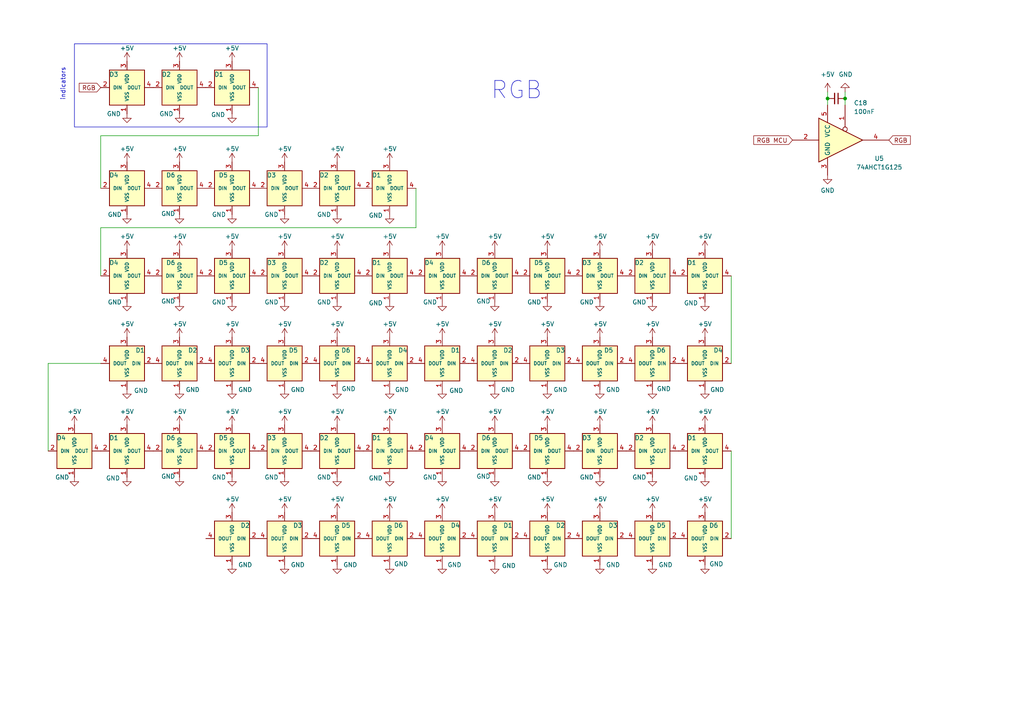
<source format=kicad_sch>
(kicad_sch (version 20230121) (generator eeschema)
  (paper "A4")
  (junction (at 240.03 28.575))
  (junction (at 245.11 28.575))
  (wire (pts (xy 240.03 26.67) (xy 240.03 28.575)))
  (wire (pts (xy 29.21 39.37) (xy 29.21 54.61)))
  (wire (pts (xy 245.11 28.575) (xy 245.11 30.48)))
  (wire (pts (xy 13.97 105.41) (xy 29.21 105.41)))
  (wire (pts (xy 29.21 66.04) (xy 29.21 80.01)))
  (wire (pts (xy 120.65 54.61) (xy 120.65 66.04)))
  (wire (pts (xy 13.97 105.41) (xy 13.97 130.81)))
  (wire (pts (xy 245.11 26.67) (xy 245.11 28.575)))
  (wire (pts (xy 212.09 130.81) (xy 212.09 156.21)))
  (wire (pts (xy 29.21 66.04) (xy 120.65 66.04)))
  (wire (pts (xy 240.03 28.575) (xy 240.03 30.48)))
  (wire (pts (xy 74.93 25.4) (xy 74.93 39.37)))
  (wire (pts (xy 212.09 80.01) (xy 212.09 105.41)))
  (wire (pts (xy 29.21 39.37) (xy 74.93 39.37)))
  (rectangle (start 21.59 12.7) (end 77.47 36.83))
  (text "RGB" (at 142.24 29.21 0) (effects (font (size 5 5)) (justify left bottom)))
  (text "indicators" (at 19.05 29.21 90) (effects (font (size 1.27 1.27)) (justify left bottom)))
  (global_label "RGB" (shape input) (at 29.21 25.4 180) (property "Intersheetrefs" "${INTERSHEET_REFS}" (effects hide)))
  (global_label "RGB MCU" (shape input) (at 229.87 40.64 180) (property "Intersheetrefs" "${INTERSHEET_REFS}" (effects hide)))
  (global_label "RGB" (shape input) (at 257.81 40.64 0) (property "Intersheetrefs" "${INTERSHEET_REFS}" (effects hide)))
  (symbol (lib_id "cipulot_parts:YS-SK6803MINI-E") (at 204.47 105.41 0) (mirror y) (unit 1)
    (property "Reference" "D4" (at 208.28 101.6 0))
    (property "Value" "YS-SK6803MINI-E" (effects hide))
    (property "Footprint" "cipulot_parts:SK6803-MINI-E" (effects hide))
    (property "Datasheet" "https://cdn-shop.adafruit.com/product-files/2686/SK6812MINI_REV.01-1-2.pdf" (effects hide))
    (property "LCSC Part" "C5149201" (effects hide))
    (property "LCSC" "C5149201" (effects hide))
    (instances (project "MoonPad" (path "" (reference "D4") (unit 1))) (project "vootington V4N" (path "" (reference "D?") (unit 1)) (path "" (reference "D33") (unit 1))))
  )
  (symbol (lib_id "power:+5V") (at 97.79 123.19 0) (mirror y) (unit 1)
    (property "Reference" "#PWR037" (effects hide))
    (property "Value" "+5V" (at 97.79 119.38 0))
    (instances (project "MoonPad" (path "" (reference "#PWR037") (unit 1))) (project "vootington V4N" (path "" (reference "#PWR?") (unit 1)) (path "" (reference "#PWR0206") (unit 1))))
  )
  (symbol (lib_id "power:GND") (at 128.27 87.63 0) (mirror y) (unit 1)
    (property "Reference" "#PWR045" (effects hide))
    (property "Value" "GND" (at 124.714 87.63 0))
    (instances (project "MoonPad" (path "" (reference "#PWR045") (unit 1))) (project "vootington V4N" (path "" (reference "#PWR?") (unit 1)) (path "" (reference "#PWR0171") (unit 1))))
  )
  (symbol (lib_id "power:GND") (at 158.75 163.83 0) (unit 1)
    (property "Reference" "#PWR031" (effects hide))
    (property "Value" "GND" (at 162.56 163.83 0))
    (instances (project "MoonPad" (path "" (reference "#PWR031") (unit 1))) (project "vootington V4N" (path "" (reference "#PWR?") (unit 1)) (path "" (reference "#PWR0243") (unit 1))))
  )
  (symbol (lib_id "cipulot_parts:YS-SK6803MINI-E") (at 128.27 130.81 0) (unit 1)
    (property "Reference" "D4" (at 124.46 127 0))
    (property "Value" "YS-SK6803MINI-E" (effects hide))
    (property "Footprint" "cipulot_parts:SK6803-MINI-E" (effects hide))
    (property "Datasheet" "https://cdn-shop.adafruit.com/product-files/2686/SK6812MINI_REV.01-1-2.pdf" (effects hide))
    (property "LCSC Part" "C5149201" (effects hide))
    (property "LCSC" "C5149201" (effects hide))
    (instances (project "MoonPad" (path "" (reference "D4") (unit 1))) (project "vootington V4N" (path "" (reference "D?") (unit 1)) (path "" (reference "D41") (unit 1))))
  )
  (symbol (lib_id "power:GND") (at 128.27 113.03 0) (unit 1)
    (property "Reference" "#PWR043" (effects hide))
    (property "Value" "GND" (at 132.334 113.284 0))
    (instances (project "MoonPad" (path "" (reference "#PWR043") (unit 1))) (project "vootington V4N" (path "" (reference "#PWR?") (unit 1)) (path "" (reference "#PWR0195") (unit 1))))
  )
  (symbol (lib_id "power:GND") (at 52.07 33.02 0) (mirror y) (unit 1)
    (property "Reference" "#PWR031" (effects hide))
    (property "Value" "GND" (at 48.26 33.02 0))
    (instances (project "MoonPad" (path "" (reference "#PWR031") (unit 1))) (project "vootington V4N" (path "" (reference "#PWR?") (unit 1)) (path "" (reference "#PWR0138") (unit 1))))
  )
  (symbol (lib_id "power:GND") (at 128.27 138.43 0) (mirror y) (unit 1)
    (property "Reference" "#PWR045" (effects hide))
    (property "Value" "GND" (at 124.714 138.43 0))
    (instances (project "MoonPad" (path "" (reference "#PWR045") (unit 1))) (project "vootington V4N" (path "" (reference "#PWR?") (unit 1)) (path "" (reference "#PWR0221") (unit 1))))
  )
  (symbol (lib_id "power:+5V") (at 113.03 97.79 0) (unit 1)
    (property "Reference" "#PWR040" (effects hide))
    (property "Value" "+5V" (at 113.03 93.98 0))
    (instances (project "MoonPad" (path "" (reference "#PWR040") (unit 1))) (project "vootington V4N" (path "" (reference "#PWR?") (unit 1)) (path "" (reference "#PWR0182") (unit 1))))
  )
  (symbol (lib_id "cipulot_parts:YS-SK6803MINI-E") (at 82.55 156.21 0) (mirror y) (unit 1)
    (property "Reference" "D3" (at 86.36 152.4 0))
    (property "Value" "YS-SK6803MINI-E" (effects hide))
    (property "Footprint" "cipulot_parts:SK6803-MINI-E" (effects hide))
    (property "Datasheet" "https://datasheet.lcsc.com/lcsc/2209211130_OPSCO-Optoelectronics-SK6812MINI-B-012_C5183448.pdf" (effects hide))
    (property "LCSC Part" "C5183448" (effects hide))
    (property "LCSC" "C5183448" (effects hide))
    (instances (project "MoonPad" (path "" (reference "D3") (unit 1))) (project "vootington V4N" (path "" (reference "D?") (unit 1)) (path "" (reference "D48") (unit 1))))
  )
  (symbol (lib_id "power:+5V") (at 173.99 148.59 0) (unit 1)
    (property "Reference" "#PWR040" (effects hide))
    (property "Value" "+5V" (at 173.99 144.78 0))
    (instances (project "MoonPad" (path "" (reference "#PWR040") (unit 1))) (project "vootington V4N" (path "" (reference "#PWR?") (unit 1)) (path "" (reference "#PWR0234") (unit 1))))
  )
  (symbol (lib_id "cipulot_parts:YS-SK6803MINI-E") (at 67.31 130.81 0) (unit 1)
    (property "Reference" "D5" (at 64.77 127 0))
    (property "Value" "YS-SK6803MINI-E" (effects hide))
    (property "Footprint" "cipulot_parts:SK6803-MINI-E" (effects hide))
    (property "Datasheet" "https://datasheet.lcsc.com/lcsc/2209211130_OPSCO-Optoelectronics-SK6812MINI-B-012_C5183448.pdf" (effects hide))
    (property "LCSC Part" "C5183448" (effects hide))
    (property "LCSC" "C5183448" (effects hide))
    (instances (project "MoonPad" (path "" (reference "D5") (unit 1))) (project "vootington V4N" (path "" (reference "D?") (unit 1)) (path "" (reference "D37") (unit 1))))
  )
  (symbol (lib_id "power:+5V") (at 158.75 123.19 0) (mirror y) (unit 1)
    (property "Reference" "#PWR030" (effects hide))
    (property "Value" "+5V" (at 158.75 119.38 0))
    (instances (project "MoonPad" (path "" (reference "#PWR030") (unit 1))) (project "vootington V4N" (path "" (reference "#PWR?") (unit 1)) (path "" (reference "#PWR0210") (unit 1))))
  )
  (symbol (lib_id "cipulot_parts:YS-SK6803MINI-E") (at 113.03 54.61 0) (unit 1)
    (property "Reference" "D1" (at 109.22 50.8 0))
    (property "Value" "YS-SK6803MINI-E" (effects hide))
    (property "Footprint" "cipulot_parts:SK6803-MINI-E" (effects hide))
    (property "Datasheet" "https://cdn-shop.adafruit.com/product-files/2686/SK6812MINI_REV.01-1-2.pdf" (effects hide))
    (property "LCSC Part" "C5149201" (effects hide))
    (property "LCSC" "C5149201" (effects hide))
    (instances (project "MoonPad" (path "" (reference "D1") (unit 1))) (project "vootington V4N" (path "" (reference "D?") (unit 1)) (path "" (reference "D9") (unit 1))))
  )
  (symbol (lib_id "power:GND") (at 67.31 62.23 0) (mirror y) (unit 1)
    (property "Reference" "#PWR041" (effects hide))
    (property "Value" "GND" (at 63.5 62.23 0))
    (instances (project "MoonPad" (path "" (reference "#PWR041") (unit 1))) (project "vootington V4N" (path "" (reference "#PWR?") (unit 1)) (path "" (reference "#PWR0149") (unit 1))))
  )
  (symbol (lib_id "power:+5V") (at 97.79 148.59 0) (unit 1)
    (property "Reference" "#PWR030" (effects hide))
    (property "Value" "+5V" (at 97.79 144.78 0))
    (instances (project "MoonPad" (path "" (reference "#PWR030") (unit 1))) (project "vootington V4N" (path "" (reference "#PWR?") (unit 1)) (path "" (reference "#PWR0229") (unit 1))))
  )
  (symbol (lib_id "power:+5V") (at 128.27 148.59 0) (unit 1)
    (property "Reference" "#PWR040" (effects hide))
    (property "Value" "+5V" (at 128.27 144.78 0))
    (instances (project "MoonPad" (path "" (reference "#PWR040") (unit 1))) (project "vootington V4N" (path "" (reference "#PWR?") (unit 1)) (path "" (reference "#PWR0231") (unit 1))))
  )
  (symbol (lib_id "cipulot_parts:YS-SK6803MINI-E") (at 204.47 130.81 0) (unit 1)
    (property "Reference" "D1" (at 200.66 127 0))
    (property "Value" "YS-SK6803MINI-E" (effects hide))
    (property "Footprint" "cipulot_parts:SK6803-MINI-E" (effects hide))
    (property "Datasheet" "https://cdn-shop.adafruit.com/product-files/2686/SK6812MINI_REV.01-1-2.pdf" (effects hide))
    (property "LCSC Part" "C5149201" (effects hide))
    (property "LCSC" "C5149201" (effects hide))
    (instances (project "MoonPad" (path "" (reference "D1") (unit 1))) (project "vootington V4N" (path "" (reference "D?") (unit 1)) (path "" (reference "D46") (unit 1))))
  )
  (symbol (lib_id "cipulot_parts:YS-SK6803MINI-E") (at 67.31 54.61 0) (unit 1)
    (property "Reference" "D5" (at 64.77 50.8 0))
    (property "Value" "YS-SK6803MINI-E" (effects hide))
    (property "Footprint" "cipulot_parts:SK6803-MINI-E" (effects hide))
    (property "Datasheet" "https://datasheet.lcsc.com/lcsc/2209211130_OPSCO-Optoelectronics-SK6812MINI-B-012_C5183448.pdf" (effects hide))
    (property "LCSC Part" "C5183448" (effects hide))
    (property "LCSC" "C5183448" (effects hide))
    (instances (project "MoonPad" (path "" (reference "D5") (unit 1))) (project "vootington V4N" (path "" (reference "D?") (unit 1)) (path "" (reference "D6") (unit 1))))
  )
  (symbol (lib_id "power:+5V") (at 128.27 123.19 0) (mirror y) (unit 1)
    (property "Reference" "#PWR040" (effects hide))
    (property "Value" "+5V" (at 128.27 119.38 0))
    (instances (project "MoonPad" (path "" (reference "#PWR040") (unit 1))) (project "vootington V4N" (path "" (reference "#PWR?") (unit 1)) (path "" (reference "#PWR0208") (unit 1))))
  )
  (symbol (lib_id "cipulot_parts:YS-SK6803MINI-E") (at 97.79 156.21 0) (mirror y) (unit 1)
    (property "Reference" "D5" (at 100.33 152.4 0))
    (property "Value" "YS-SK6803MINI-E" (effects hide))
    (property "Footprint" "cipulot_parts:SK6803-MINI-E" (effects hide))
    (property "Datasheet" "https://datasheet.lcsc.com/lcsc/2209211130_OPSCO-Optoelectronics-SK6812MINI-B-012_C5183448.pdf" (effects hide))
    (property "LCSC Part" "C5183448" (effects hide))
    (property "LCSC" "C5183448" (effects hide))
    (instances (project "MoonPad" (path "" (reference "D5") (unit 1))) (project "vootington V4N" (path "" (reference "D?") (unit 1)) (path "" (reference "D49") (unit 1))))
  )
  (symbol (lib_id "cipulot_parts:YS-SK6803MINI-E") (at 113.03 156.21 0) (mirror y) (unit 1)
    (property "Reference" "D6" (at 115.57 152.4 0))
    (property "Value" "YS-SK6803MINI-E" (effects hide))
    (property "Footprint" "cipulot_parts:SK6803-MINI-E" (effects hide))
    (property "Datasheet" "https://datasheet.lcsc.com/lcsc/2209211130_OPSCO-Optoelectronics-SK6812MINI-B-012_C5183448.pdf" (effects hide))
    (property "LCSC Part" "C5183448" (effects hide))
    (property "LCSC" "C5183448" (effects hide))
    (instances (project "MoonPad" (path "" (reference "D6") (unit 1))) (project "vootington V4N" (path "" (reference "D?") (unit 1)) (path "" (reference "D50") (unit 1))))
  )
  (symbol (lib_id "power:GND") (at 143.51 113.03 0) (unit 1)
    (property "Reference" "#PWR031" (effects hide))
    (property "Value" "GND" (at 147.32 113.03 0))
    (instances (project "MoonPad" (path "" (reference "#PWR031") (unit 1))) (project "vootington V4N" (path "" (reference "#PWR?") (unit 1)) (path "" (reference "#PWR0196") (unit 1))))
  )
  (symbol (lib_id "power:+5V") (at 113.03 148.59 0) (unit 1)
    (property "Reference" "#PWR037" (effects hide))
    (property "Value" "+5V" (at 113.03 144.78 0))
    (instances (project "MoonPad" (path "" (reference "#PWR037") (unit 1))) (project "vootington V4N" (path "" (reference "#PWR?") (unit 1)) (path "" (reference "#PWR0230") (unit 1))))
  )
  (symbol (lib_id "power:GND") (at 97.79 163.83 0) (unit 1)
    (property "Reference" "#PWR041" (effects hide))
    (property "Value" "GND" (at 101.6 163.83 0))
    (instances (project "MoonPad" (path "" (reference "#PWR041") (unit 1))) (project "vootington V4N" (path "" (reference "#PWR?") (unit 1)) (path "" (reference "#PWR0239") (unit 1))))
  )
  (symbol (lib_id "power:+5V") (at 36.83 17.78 0) (mirror y) (unit 1)
    (property "Reference" "#PWR040" (effects hide))
    (property "Value" "+5V" (at 36.83 13.97 0))
    (instances (project "MoonPad" (path "" (reference "#PWR040") (unit 1))) (project "vootington V4N" (path "" (reference "#PWR?") (unit 1)) (path "" (reference "#PWR0132") (unit 1))))
  )
  (symbol (lib_id "power:GND") (at 158.75 87.63 0) (mirror y) (unit 1)
    (property "Reference" "#PWR041" (effects hide))
    (property "Value" "GND" (at 154.94 87.63 0))
    (instances (project "MoonPad" (path "" (reference "#PWR041") (unit 1))) (project "vootington V4N" (path "" (reference "#PWR?") (unit 1)) (path "" (reference "#PWR0173") (unit 1))))
  )
  (symbol (lib_id "power:GND") (at 36.83 87.63 0) (mirror y) (unit 1)
    (property "Reference" "#PWR045" (effects hide))
    (property "Value" "GND" (at 33.274 87.63 0))
    (instances (project "MoonPad" (path "" (reference "#PWR045") (unit 1))) (project "vootington V4N" (path "" (reference "#PWR?") (unit 1)) (path "" (reference "#PWR0165") (unit 1))))
  )
  (symbol (lib_id "power:+5V") (at 36.83 97.79 0) (unit 1)
    (property "Reference" "#PWR030" (effects hide))
    (property "Value" "+5V" (at 36.83 93.98 0))
    (instances (project "MoonPad" (path "" (reference "#PWR030") (unit 1))) (project "vootington V4N" (path "" (reference "#PWR?") (unit 1)) (path "" (reference "#PWR0177") (unit 1))))
  )
  (symbol (lib_id "cipulot_parts:YS-SK6803MINI-E") (at 82.55 80.01 0) (unit 1)
    (property "Reference" "D3" (at 78.74 76.2 0))
    (property "Value" "YS-SK6803MINI-E" (effects hide))
    (property "Footprint" "cipulot_parts:SK6803-MINI-E" (effects hide))
    (property "Datasheet" "https://datasheet.lcsc.com/lcsc/2209211130_OPSCO-Optoelectronics-SK6812MINI-B-012_C5183448.pdf" (effects hide))
    (property "LCSC Part" "C5183448" (effects hide))
    (property "LCSC" "C5183448" (effects hide))
    (instances (project "MoonPad" (path "" (reference "D3") (unit 1))) (project "vootington V4N" (path "" (reference "D?") (unit 1)) (path "" (reference "D13") (unit 1))))
  )
  (symbol (lib_id "cipulot_parts:YS-SK6803MINI-E") (at 52.07 105.41 0) (mirror y) (unit 1)
    (property "Reference" "D2" (at 55.88 101.6 0))
    (property "Value" "YS-SK6803MINI-E" (effects hide))
    (property "Footprint" "cipulot_parts:SK6803-MINI-E" (effects hide))
    (property "Datasheet" "https://datasheet.lcsc.com/lcsc/2209211130_OPSCO-Optoelectronics-SK6812MINI-B-012_C5183448.pdf" (effects hide))
    (property "LCSC Part" "C5183448" (effects hide))
    (property "LCSC" "C5183448" (effects hide))
    (instances (project "MoonPad" (path "" (reference "D2") (unit 1))) (project "vootington V4N" (path "" (reference "D?") (unit 1)) (path "" (reference "D23") (unit 1))))
  )
  (symbol (lib_id "power:+5V") (at 36.83 72.39 0) (mirror y) (unit 1)
    (property "Reference" "#PWR040" (effects hide))
    (property "Value" "+5V" (at 36.83 68.58 0))
    (instances (project "MoonPad" (path "" (reference "#PWR040") (unit 1))) (project "vootington V4N" (path "" (reference "#PWR?") (unit 1)) (path "" (reference "#PWR0153") (unit 1))))
  )
  (symbol (lib_id "cipulot_parts:YS-SK6803MINI-E") (at 158.75 130.81 0) (unit 1)
    (property "Reference" "D5" (at 156.21 127 0))
    (property "Value" "YS-SK6803MINI-E" (effects hide))
    (property "Footprint" "cipulot_parts:SK6803-MINI-E" (effects hide))
    (property "Datasheet" "https://datasheet.lcsc.com/lcsc/2209211130_OPSCO-Optoelectronics-SK6812MINI-B-012_C5183448.pdf" (effects hide))
    (property "LCSC Part" "C5183448" (effects hide))
    (property "LCSC" "C5183448" (effects hide))
    (instances (project "MoonPad" (path "" (reference "D5") (unit 1))) (project "vootington V4N" (path "" (reference "D?") (unit 1)) (path "" (reference "D43") (unit 1))))
  )
  (symbol (lib_id "cipulot_parts:YS-SK6803MINI-E") (at 82.55 130.81 0) (unit 1)
    (property "Reference" "D3" (at 78.74 127 0))
    (property "Value" "YS-SK6803MINI-E" (effects hide))
    (property "Footprint" "cipulot_parts:SK6803-MINI-E" (effects hide))
    (property "Datasheet" "https://datasheet.lcsc.com/lcsc/2209211130_OPSCO-Optoelectronics-SK6812MINI-B-012_C5183448.pdf" (effects hide))
    (property "LCSC Part" "C5183448" (effects hide))
    (property "LCSC" "C5183448" (effects hide))
    (instances (project "MoonPad" (path "" (reference "D3") (unit 1))) (project "vootington V4N" (path "" (reference "D?") (unit 1)) (path "" (reference "D38") (unit 1))))
  )
  (symbol (lib_id "cipulot_parts:YS-SK6803MINI-E") (at 82.55 105.41 0) (mirror y) (unit 1)
    (property "Reference" "D5" (at 85.09 101.6 0))
    (property "Value" "YS-SK6803MINI-E" (effects hide))
    (property "Footprint" "cipulot_parts:SK6803-MINI-E" (effects hide))
    (property "Datasheet" "https://datasheet.lcsc.com/lcsc/2209211130_OPSCO-Optoelectronics-SK6812MINI-B-012_C5183448.pdf" (effects hide))
    (property "LCSC Part" "C5183448" (effects hide))
    (property "LCSC" "C5183448" (effects hide))
    (instances (project "MoonPad" (path "" (reference "D5") (unit 1))) (project "vootington V4N" (path "" (reference "D?") (unit 1)) (path "" (reference "D25") (unit 1))))
  )
  (symbol (lib_id "cipulot_parts:YS-SK6803MINI-E") (at 113.03 80.01 0) (unit 1)
    (property "Reference" "D1" (at 109.22 76.2 0))
    (property "Value" "YS-SK6803MINI-E" (effects hide))
    (property "Footprint" "cipulot_parts:SK6803-MINI-E" (effects hide))
    (property "Datasheet" "https://cdn-shop.adafruit.com/product-files/2686/SK6812MINI_REV.01-1-2.pdf" (effects hide))
    (property "LCSC Part" "C5149201" (effects hide))
    (property "LCSC" "C5149201" (effects hide))
    (instances (project "MoonPad" (path "" (reference "D1") (unit 1))) (project "vootington V4N" (path "" (reference "D?") (unit 1)) (path "" (reference "D15") (unit 1))))
  )
  (symbol (lib_id "cipulot_parts:YS-SK6803MINI-E") (at 36.83 130.81 0) (unit 1)
    (property "Reference" "D1" (at 33.02 127 0))
    (property "Value" "YS-SK6803MINI-E" (effects hide))
    (property "Footprint" "cipulot_parts:SK6803-MINI-E" (effects hide))
    (property "Datasheet" "https://cdn-shop.adafruit.com/product-files/2686/SK6812MINI_REV.01-1-2.pdf" (effects hide))
    (property "LCSC Part" "C5149201" (effects hide))
    (property "LCSC" "C5149201" (effects hide))
    (instances (project "MoonPad" (path "" (reference "D1") (unit 1))) (project "vootington V4N" (path "" (reference "D?") (unit 1)) (path "" (reference "D35") (unit 1))))
  )
  (symbol (lib_id "power:GND") (at 189.23 113.03 0) (unit 1)
    (property "Reference" "#PWR033" (effects hide))
    (property "Value" "GND" (at 192.532 112.776 0))
    (instances (project "MoonPad" (path "" (reference "#PWR033") (unit 1))) (project "vootington V4N" (path "" (reference "#PWR?") (unit 1)) (path "" (reference "#PWR0199") (unit 1))))
  )
  (symbol (lib_id "cipulot_parts:YS-SK6803MINI-E") (at 189.23 80.01 0) (unit 1)
    (property "Reference" "D2" (at 185.42 76.2 0))
    (property "Value" "YS-SK6803MINI-E" (effects hide))
    (property "Footprint" "cipulot_parts:SK6803-MINI-E" (effects hide))
    (property "Datasheet" "https://datasheet.lcsc.com/lcsc/2209211130_OPSCO-Optoelectronics-SK6812MINI-B-012_C5183448.pdf" (effects hide))
    (property "LCSC Part" "C5183448" (effects hide))
    (property "LCSC" "C5183448" (effects hide))
    (instances (project "MoonPad" (path "" (reference "D2") (unit 1))) (project "vootington V4N" (path "" (reference "D?") (unit 1)) (path "" (reference "D20") (unit 1))))
  )
  (symbol (lib_id "power:GND") (at 82.55 113.03 0) (unit 1)
    (property "Reference" "#PWR041" (effects hide))
    (property "Value" "GND" (at 86.36 113.03 0))
    (instances (project "MoonPad" (path "" (reference "#PWR041") (unit 1))) (project "vootington V4N" (path "" (reference "#PWR?") (unit 1)) (path "" (reference "#PWR0192") (unit 1))))
  )
  (symbol (lib_id "power:GND") (at 97.79 62.23 0) (mirror y) (unit 1)
    (property "Reference" "#PWR031" (effects hide))
    (property "Value" "GND" (at 93.98 62.23 0))
    (instances (project "MoonPad" (path "" (reference "#PWR031") (unit 1))) (project "vootington V4N" (path "" (reference "#PWR?") (unit 1)) (path "" (reference "#PWR0151") (unit 1))))
  )
  (symbol (lib_id "power:+5V") (at 113.03 72.39 0) (mirror y) (unit 1)
    (property "Reference" "#PWR030" (effects hide))
    (property "Value" "+5V" (at 113.03 68.58 0))
    (instances (project "MoonPad" (path "" (reference "#PWR030") (unit 1))) (project "vootington V4N" (path "" (reference "#PWR?") (unit 1)) (path "" (reference "#PWR0158") (unit 1))))
  )
  (symbol (lib_id "power:+5V") (at 143.51 97.79 0) (unit 1)
    (property "Reference" "#PWR037" (effects hide))
    (property "Value" "+5V" (at 143.51 93.98 0))
    (instances (project "MoonPad" (path "" (reference "#PWR037") (unit 1))) (project "vootington V4N" (path "" (reference "#PWR?") (unit 1)) (path "" (reference "#PWR0184") (unit 1))))
  )
  (symbol (lib_id "cipulot_parts:YS-SK6803MINI-E") (at 52.07 80.01 0) (unit 1)
    (property "Reference" "D6" (at 49.53 76.2 0))
    (property "Value" "YS-SK6803MINI-E" (effects hide))
    (property "Footprint" "cipulot_parts:SK6803-MINI-E" (effects hide))
    (property "Datasheet" "https://datasheet.lcsc.com/lcsc/2209211130_OPSCO-Optoelectronics-SK6812MINI-B-012_C5183448.pdf" (effects hide))
    (property "LCSC Part" "C5183448" (effects hide))
    (property "LCSC" "C5183448" (effects hide))
    (instances (project "MoonPad" (path "" (reference "D6") (unit 1))) (project "vootington V4N" (path "" (reference "D?") (unit 1)) (path "" (reference "D11") (unit 1))))
  )
  (symbol (lib_id "cipulot_parts:YS-SK6803MINI-E") (at 97.79 130.81 0) (unit 1)
    (property "Reference" "D2" (at 93.98 127 0))
    (property "Value" "YS-SK6803MINI-E" (effects hide))
    (property "Footprint" "cipulot_parts:SK6803-MINI-E" (effects hide))
    (property "Datasheet" "https://datasheet.lcsc.com/lcsc/2209211130_OPSCO-Optoelectronics-SK6812MINI-B-012_C5183448.pdf" (effects hide))
    (property "LCSC Part" "C5183448" (effects hide))
    (property "LCSC" "C5183448" (effects hide))
    (instances (project "MoonPad" (path "" (reference "D2") (unit 1))) (project "vootington V4N" (path "" (reference "D?") (unit 1)) (path "" (reference "D39") (unit 1))))
  )
  (symbol (lib_id "power:+5V") (at 67.31 46.99 0) (mirror y) (unit 1)
    (property "Reference" "#PWR030" (effects hide))
    (property "Value" "+5V" (at 67.31 43.18 0))
    (instances (project "MoonPad" (path "" (reference "#PWR030") (unit 1))) (project "vootington V4N" (path "" (reference "#PWR?") (unit 1)) (path "" (reference "#PWR0142") (unit 1))))
  )
  (symbol (lib_id "power:GND") (at 97.79 113.03 0) (unit 1)
    (property "Reference" "#PWR033" (effects hide))
    (property "Value" "GND" (at 101.092 112.776 0))
    (instances (project "MoonPad" (path "" (reference "#PWR033") (unit 1))) (project "vootington V4N" (path "" (reference "#PWR?") (unit 1)) (path "" (reference "#PWR0193") (unit 1))))
  )
  (symbol (lib_id "power:+5V") (at 82.55 46.99 0) (mirror y) (unit 1)
    (property "Reference" "#PWR040" (effects hide))
    (property "Value" "+5V" (at 82.55 43.18 0))
    (instances (project "MoonPad" (path "" (reference "#PWR040") (unit 1))) (project "vootington V4N" (path "" (reference "#PWR?") (unit 1)) (path "" (reference "#PWR0143") (unit 1))))
  )
  (symbol (lib_id "power:GND") (at 158.75 113.03 0) (unit 1)
    (property "Reference" "#PWR038" (effects hide))
    (property "Value" "GND" (at 162.56 113.03 0))
    (instances (project "MoonPad" (path "" (reference "#PWR038") (unit 1))) (project "vootington V4N" (path "" (reference "#PWR?") (unit 1)) (path "" (reference "#PWR0197") (unit 1))))
  )
  (symbol (lib_id "power:GND") (at 128.27 163.83 0) (unit 1)
    (property "Reference" "#PWR045" (effects hide))
    (property "Value" "GND" (at 131.826 163.83 0))
    (instances (project "MoonPad" (path "" (reference "#PWR045") (unit 1))) (project "vootington V4N" (path "" (reference "#PWR?") (unit 1)) (path "" (reference "#PWR0241") (unit 1))))
  )
  (symbol (lib_id "power:+5V") (at 36.83 123.19 0) (mirror y) (unit 1)
    (property "Reference" "#PWR030" (effects hide))
    (property "Value" "+5V" (at 36.83 119.38 0))
    (instances (project "MoonPad" (path "" (reference "#PWR030") (unit 1))) (project "vootington V4N" (path "" (reference "#PWR?") (unit 1)) (path "" (reference "#PWR0202") (unit 1))))
  )
  (symbol (lib_id "power:GND") (at 36.83 138.43 0) (mirror y) (unit 1)
    (property "Reference" "#PWR043" (effects hide))
    (property "Value" "GND" (at 32.766 138.684 0))
    (instances (project "MoonPad" (path "" (reference "#PWR043") (unit 1))) (project "vootington V4N" (path "" (reference "#PWR?") (unit 1)) (path "" (reference "#PWR0215") (unit 1))))
  )
  (symbol (lib_id "power:+5V") (at 82.55 148.59 0) (unit 1)
    (property "Reference" "#PWR040" (effects hide))
    (property "Value" "+5V" (at 82.55 144.78 0))
    (instances (project "MoonPad" (path "" (reference "#PWR040") (unit 1))) (project "vootington V4N" (path "" (reference "#PWR?") (unit 1)) (path "" (reference "#PWR0228") (unit 1))))
  )
  (symbol (lib_id "cipulot_parts:YS-SK6803MINI-E") (at 128.27 156.21 0) (mirror y) (unit 1)
    (property "Reference" "D4" (at 132.08 152.4 0))
    (property "Value" "YS-SK6803MINI-E" (effects hide))
    (property "Footprint" "cipulot_parts:SK6803-MINI-E" (effects hide))
    (property "Datasheet" "https://cdn-shop.adafruit.com/product-files/2686/SK6812MINI_REV.01-1-2.pdf" (effects hide))
    (property "LCSC Part" "C5149201" (effects hide))
    (property "LCSC" "C5149201" (effects hide))
    (instances (project "MoonPad" (path "" (reference "D4") (unit 1))) (project "vootington V4N" (path "" (reference "D?") (unit 1)) (path "" (reference "D51") (unit 1))))
  )
  (symbol (lib_id "power:+5V") (at 158.75 97.79 0) (unit 1)
    (property "Reference" "#PWR040" (effects hide))
    (property "Value" "+5V" (at 158.75 93.98 0))
    (instances (project "MoonPad" (path "" (reference "#PWR040") (unit 1))) (project "vootington V4N" (path "" (reference "#PWR?") (unit 1)) (path "" (reference "#PWR0185") (unit 1))))
  )
  (symbol (lib_id "power:GND") (at 67.31 113.03 0) (unit 1)
    (property "Reference" "#PWR038" (effects hide))
    (property "Value" "GND" (at 71.12 113.03 0))
    (instances (project "MoonPad" (path "" (reference "#PWR038") (unit 1))) (project "vootington V4N" (path "" (reference "#PWR?") (unit 1)) (path "" (reference "#PWR0191") (unit 1))))
  )
  (symbol (lib_id "cipulot_parts:YS-SK6803MINI-E") (at 189.23 130.81 0) (unit 1)
    (property "Reference" "D2" (at 185.42 127 0))
    (property "Value" "YS-SK6803MINI-E" (effects hide))
    (property "Footprint" "cipulot_parts:SK6803-MINI-E" (effects hide))
    (property "Datasheet" "https://datasheet.lcsc.com/lcsc/2209211130_OPSCO-Optoelectronics-SK6812MINI-B-012_C5183448.pdf" (effects hide))
    (property "LCSC Part" "C5183448" (effects hide))
    (property "LCSC" "C5183448" (effects hide))
    (instances (project "MoonPad" (path "" (reference "D2") (unit 1))) (project "vootington V4N" (path "" (reference "D?") (unit 1)) (path "" (reference "D45") (unit 1))))
  )
  (symbol (lib_id "power:GND") (at 52.07 113.03 0) (unit 1)
    (property "Reference" "#PWR031" (effects hide))
    (property "Value" "GND" (at 55.88 113.03 0))
    (instances (project "MoonPad" (path "" (reference "#PWR031") (unit 1))) (project "vootington V4N" (path "" (reference "#PWR?") (unit 1)) (path "" (reference "#PWR0190") (unit 1))))
  )
  (symbol (lib_id "power:+5V") (at 113.03 46.99 0) (mirror y) (unit 1)
    (property "Reference" "#PWR030" (effects hide))
    (property "Value" "+5V" (at 113.03 43.18 0))
    (instances (project "MoonPad" (path "" (reference "#PWR030") (unit 1))) (project "vootington V4N" (path "" (reference "#PWR?") (unit 1)) (path "" (reference "#PWR0145") (unit 1))))
  )
  (symbol (lib_id "cipulot_parts:YS-SK6803MINI-E") (at 143.51 156.21 0) (mirror y) (unit 1)
    (property "Reference" "D1" (at 147.32 152.4 0))
    (property "Value" "YS-SK6803MINI-E" (effects hide))
    (property "Footprint" "cipulot_parts:SK6803-MINI-E" (effects hide))
    (property "Datasheet" "https://cdn-shop.adafruit.com/product-files/2686/SK6812MINI_REV.01-1-2.pdf" (effects hide))
    (property "LCSC Part" "C5149201" (effects hide))
    (property "LCSC" "C5149201" (effects hide))
    (instances (project "MoonPad" (path "" (reference "D1") (unit 1))) (project "vootington V4N" (path "" (reference "D?") (unit 1)) (path "" (reference "D52") (unit 1))))
  )
  (symbol (lib_id "power:+5V") (at 52.07 97.79 0) (unit 1)
    (property "Reference" "#PWR037" (effects hide))
    (property "Value" "+5V" (at 52.07 93.98 0))
    (instances (project "MoonPad" (path "" (reference "#PWR037") (unit 1))) (project "vootington V4N" (path "" (reference "#PWR?") (unit 1)) (path "" (reference "#PWR0178") (unit 1))))
  )
  (symbol (lib_id "power:+5V") (at 128.27 72.39 0) (mirror y) (unit 1)
    (property "Reference" "#PWR040" (effects hide))
    (property "Value" "+5V" (at 128.27 68.58 0))
    (instances (project "MoonPad" (path "" (reference "#PWR040") (unit 1))) (project "vootington V4N" (path "" (reference "#PWR?") (unit 1)) (path "" (reference "#PWR0159") (unit 1))))
  )
  (symbol (lib_id "power:GND") (at 245.11 26.67 180) (unit 1)
    (property "Reference" "#PWR0137" (effects hide))
    (property "Value" "GND" (at 243.205 21.59 0) (effects (justify right)))
    (instances (project "rgb" (path "" (reference "#PWR0137") (unit 1))) (project "vootington V4N" (path "" (reference "#PWR0136") (unit 1))) (project "UB46" (path "" (reference "#PWR0137") (unit 1))))
  )
  (symbol (lib_id "power:GND") (at 143.51 87.63 0) (mirror y) (unit 1)
    (property "Reference" "#PWR033" (effects hide))
    (property "Value" "GND" (at 140.208 87.376 0))
    (instances (project "MoonPad" (path "" (reference "#PWR033") (unit 1))) (project "vootington V4N" (path "" (reference "#PWR?") (unit 1)) (path "" (reference "#PWR0172") (unit 1))))
  )
  (symbol (lib_id "cipulot_parts:YS-SK6803MINI-E") (at 52.07 130.81 0) (unit 1)
    (property "Reference" "D6" (at 49.53 127 0))
    (property "Value" "YS-SK6803MINI-E" (effects hide))
    (property "Footprint" "cipulot_parts:SK6803-MINI-E" (effects hide))
    (property "Datasheet" "https://datasheet.lcsc.com/lcsc/2209211130_OPSCO-Optoelectronics-SK6812MINI-B-012_C5183448.pdf" (effects hide))
    (property "LCSC Part" "C5183448" (effects hide))
    (property "LCSC" "C5183448" (effects hide))
    (instances (project "MoonPad" (path "" (reference "D6") (unit 1))) (project "vootington V4N" (path "" (reference "D?") (unit 1)) (path "" (reference "D36") (unit 1))))
  )
  (symbol (lib_id "power:+5V") (at 67.31 123.19 0) (mirror y) (unit 1)
    (property "Reference" "#PWR030" (effects hide))
    (property "Value" "+5V" (at 67.31 119.38 0))
    (instances (project "MoonPad" (path "" (reference "#PWR030") (unit 1))) (project "vootington V4N" (path "" (reference "#PWR?") (unit 1)) (path "" (reference "#PWR0204") (unit 1))))
  )
  (symbol (lib_id "power:GND") (at 52.07 62.23 0) (mirror y) (unit 1)
    (property "Reference" "#PWR033" (effects hide))
    (property "Value" "GND" (at 48.768 61.976 0))
    (instances (project "MoonPad" (path "" (reference "#PWR033") (unit 1))) (project "vootington V4N" (path "" (reference "#PWR?") (unit 1)) (path "" (reference "#PWR0148") (unit 1))))
  )
  (symbol (lib_id "power:+5V") (at 189.23 72.39 0) (mirror y) (unit 1)
    (property "Reference" "#PWR026" (effects hide))
    (property "Value" "+5V" (at 189.23 68.58 0))
    (instances (project "MoonPad" (path "" (reference "#PWR026") (unit 1))) (project "vootington V4N" (path "" (reference "#PWR?") (unit 1)) (path "" (reference "#PWR0163") (unit 1))))
  )
  (symbol (lib_id "power:GND") (at 67.31 87.63 0) (mirror y) (unit 1)
    (property "Reference" "#PWR041" (effects hide))
    (property "Value" "GND" (at 63.5 87.63 0))
    (instances (project "MoonPad" (path "" (reference "#PWR041") (unit 1))) (project "vootington V4N" (path "" (reference "#PWR?") (unit 1)) (path "" (reference "#PWR0167") (unit 1))))
  )
  (symbol (lib_id "power:+5V") (at 67.31 72.39 0) (mirror y) (unit 1)
    (property "Reference" "#PWR030" (effects hide))
    (property "Value" "+5V" (at 67.31 68.58 0))
    (instances (project "MoonPad" (path "" (reference "#PWR030") (unit 1))) (project "vootington V4N" (path "" (reference "#PWR?") (unit 1)) (path "" (reference "#PWR0155") (unit 1))))
  )
  (symbol (lib_id "power:+5V") (at 204.47 97.79 0) (unit 1)
    (property "Reference" "#PWR040" (effects hide))
    (property "Value" "+5V" (at 204.47 93.98 0))
    (instances (project "MoonPad" (path "" (reference "#PWR040") (unit 1))) (project "vootington V4N" (path "" (reference "#PWR?") (unit 1)) (path "" (reference "#PWR0188") (unit 1))))
  )
  (symbol (lib_id "cipulot_parts:YS-SK6803MINI-E") (at 67.31 25.4 0) (unit 1)
    (property "Reference" "D1" (at 63.5 21.59 0))
    (property "Value" "YS-SK6803MINI-E" (effects hide))
    (property "Footprint" "cipulot_parts:SK6803-MINI-E" (effects hide))
    (property "Datasheet" "https://cdn-shop.adafruit.com/product-files/2686/SK6812MINI_REV.01-1-2.pdf" (effects hide))
    (property "LCSC Part" "C5149201" (effects hide))
    (property "LCSC" "C5149201" (effects hide))
    (instances (project "MoonPad" (path "" (reference "D1") (unit 1))) (project "vootington V4N" (path "" (reference "D?") (unit 1)) (path "" (reference "D3") (unit 1))))
  )
  (symbol (lib_id "power:+5V") (at 204.47 123.19 0) (mirror y) (unit 1)
    (property "Reference" "#PWR030" (effects hide))
    (property "Value" "+5V" (at 204.47 119.38 0))
    (instances (project "MoonPad" (path "" (reference "#PWR030") (unit 1))) (project "vootington V4N" (path "" (reference "#PWR?") (unit 1)) (path "" (reference "#PWR0213") (unit 1))))
  )
  (symbol (lib_id "power:+5V") (at 52.07 17.78 0) (mirror y) (unit 1)
    (property "Reference" "#PWR037" (effects hide))
    (property "Value" "+5V" (at 52.07 13.97 0))
    (instances (project "MoonPad" (path "" (reference "#PWR037") (unit 1))) (project "vootington V4N" (path "" (reference "#PWR?") (unit 1)) (path "" (reference "#PWR0133") (unit 1))))
  )
  (symbol (lib_id "power:+5V") (at 143.51 72.39 0) (mirror y) (unit 1)
    (property "Reference" "#PWR037" (effects hide))
    (property "Value" "+5V" (at 143.51 68.58 0))
    (instances (project "MoonPad" (path "" (reference "#PWR037") (unit 1))) (project "vootington V4N" (path "" (reference "#PWR?") (unit 1)) (path "" (reference "#PWR0160") (unit 1))))
  )
  (symbol (lib_id "power:GND") (at 240.03 50.8 0) (unit 1)
    (property "Reference" "#PWR0136" (effects hide))
    (property "Value" "GND" (at 240.03 55.245 0))
    (instances (project "rgb" (path "" (reference "#PWR0136") (unit 1))) (project "vootington V4N" (path "" (reference "#PWR0146") (unit 1))) (project "UB46" (path "" (reference "#PWR0136") (unit 1))))
  )
  (symbol (lib_id "power:+5V") (at 82.55 72.39 0) (mirror y) (unit 1)
    (property "Reference" "#PWR040" (effects hide))
    (property "Value" "+5V" (at 82.55 68.58 0))
    (instances (project "MoonPad" (path "" (reference "#PWR040") (unit 1))) (project "vootington V4N" (path "" (reference "#PWR?") (unit 1)) (path "" (reference "#PWR0156") (unit 1))))
  )
  (symbol (lib_id "power:GND") (at 189.23 138.43 0) (mirror y) (unit 1)
    (property "Reference" "#PWR031" (effects hide))
    (property "Value" "GND" (at 185.42 138.43 0))
    (instances (project "MoonPad" (path "" (reference "#PWR031") (unit 1))) (project "vootington V4N" (path "" (reference "#PWR?") (unit 1)) (path "" (reference "#PWR0225") (unit 1))))
  )
  (symbol (lib_id "cipulot_parts:YS-SK6803MINI-E") (at 173.99 156.21 0) (mirror y) (unit 1)
    (property "Reference" "D3" (at 177.8 152.4 0))
    (property "Value" "YS-SK6803MINI-E" (effects hide))
    (property "Footprint" "cipulot_parts:SK6803-MINI-E" (effects hide))
    (property "Datasheet" "https://datasheet.lcsc.com/lcsc/2209211130_OPSCO-Optoelectronics-SK6812MINI-B-012_C5183448.pdf" (effects hide))
    (property "LCSC Part" "C5183448" (effects hide))
    (property "LCSC" "C5183448" (effects hide))
    (instances (project "MoonPad" (path "" (reference "D3") (unit 1))) (project "vootington V4N" (path "" (reference "D?") (unit 1)) (path "" (reference "D54") (unit 1))))
  )
  (symbol (lib_id "power:+5V") (at 173.99 123.19 0) (mirror y) (unit 1)
    (property "Reference" "#PWR040" (effects hide))
    (property "Value" "+5V" (at 173.99 119.38 0))
    (instances (project "MoonPad" (path "" (reference "#PWR040") (unit 1))) (project "vootington V4N" (path "" (reference "#PWR?") (unit 1)) (path "" (reference "#PWR0211") (unit 1))))
  )
  (symbol (lib_id "power:+5V") (at 21.59 123.19 0) (mirror y) (unit 1)
    (property "Reference" "#PWR040" (effects hide))
    (property "Value" "+5V" (at 21.59 119.38 0))
    (instances (project "MoonPad" (path "" (reference "#PWR040") (unit 1))) (project "vootington V4N" (path "" (reference "#PWR?") (unit 1)) (path "" (reference "#PWR0201") (unit 1))))
  )
  (symbol (lib_id "cipulot_parts:YS-SK6803MINI-E") (at 67.31 105.41 0) (mirror y) (unit 1)
    (property "Reference" "D3" (at 71.12 101.6 0))
    (property "Value" "YS-SK6803MINI-E" (effects hide))
    (property "Footprint" "cipulot_parts:SK6803-MINI-E" (effects hide))
    (property "Datasheet" "https://datasheet.lcsc.com/lcsc/2209211130_OPSCO-Optoelectronics-SK6812MINI-B-012_C5183448.pdf" (effects hide))
    (property "LCSC Part" "C5183448" (effects hide))
    (property "LCSC" "C5183448" (effects hide))
    (instances (project "MoonPad" (path "" (reference "D3") (unit 1))) (project "vootington V4N" (path "" (reference "D?") (unit 1)) (path "" (reference "D24") (unit 1))))
  )
  (symbol (lib_id "power:+5V") (at 204.47 148.59 0) (unit 1)
    (property "Reference" "#PWR037" (effects hide))
    (property "Value" "+5V" (at 204.47 144.78 0))
    (instances (project "MoonPad" (path "" (reference "#PWR037") (unit 1))) (project "vootington V4N" (path "" (reference "#PWR?") (unit 1)) (path "" (reference "#PWR0236") (unit 1))))
  )
  (symbol (lib_id "power:GND") (at 36.83 33.02 0) (mirror y) (unit 1)
    (property "Reference" "#PWR038" (effects hide))
    (property "Value" "GND" (at 33.02 33.02 0))
    (instances (project "MoonPad" (path "" (reference "#PWR038") (unit 1))) (project "vootington V4N" (path "" (reference "#PWR?") (unit 1)) (path "" (reference "#PWR0137") (unit 1))))
  )
  (symbol (lib_id "cipulot_parts:YS-SK6803MINI-E") (at 67.31 80.01 0) (unit 1)
    (property "Reference" "D5" (at 64.77 76.2 0))
    (property "Value" "YS-SK6803MINI-E" (effects hide))
    (property "Footprint" "cipulot_parts:SK6803-MINI-E" (effects hide))
    (property "Datasheet" "https://datasheet.lcsc.com/lcsc/2209211130_OPSCO-Optoelectronics-SK6812MINI-B-012_C5183448.pdf" (effects hide))
    (property "LCSC Part" "C5183448" (effects hide))
    (property "LCSC" "C5183448" (effects hide))
    (instances (project "MoonPad" (path "" (reference "D5") (unit 1))) (project "vootington V4N" (path "" (reference "D?") (unit 1)) (path "" (reference "D12") (unit 1))))
  )
  (symbol (lib_id "power:GND") (at 173.99 163.83 0) (unit 1)
    (property "Reference" "#PWR038" (effects hide))
    (property "Value" "GND" (at 177.8 163.83 0))
    (instances (project "MoonPad" (path "" (reference "#PWR038") (unit 1))) (project "vootington V4N" (path "" (reference "#PWR?") (unit 1)) (path "" (reference "#PWR0244") (unit 1))))
  )
  (symbol (lib_id "cipulot_parts:YS-SK6803MINI-E") (at 67.31 156.21 0) (mirror y) (unit 1)
    (property "Reference" "D2" (at 71.12 152.4 0))
    (property "Value" "YS-SK6803MINI-E" (effects hide))
    (property "Footprint" "cipulot_parts:SK6803-MINI-E" (effects hide))
    (property "Datasheet" "https://datasheet.lcsc.com/lcsc/2209211130_OPSCO-Optoelectronics-SK6812MINI-B-012_C5183448.pdf" (effects hide))
    (property "LCSC Part" "C5183448" (effects hide))
    (property "LCSC" "C5183448" (effects hide))
    (instances (project "MoonPad" (path "" (reference "D2") (unit 1))) (project "vootington V4N" (path "" (reference "D?") (unit 1)) (path "" (reference "D47") (unit 1))))
  )
  (symbol (lib_id "cipulot_parts:YS-SK6803MINI-E") (at 173.99 130.81 0) (unit 1)
    (property "Reference" "D3" (at 170.18 127 0))
    (property "Value" "YS-SK6803MINI-E" (effects hide))
    (property "Footprint" "cipulot_parts:SK6803-MINI-E" (effects hide))
    (property "Datasheet" "https://datasheet.lcsc.com/lcsc/2209211130_OPSCO-Optoelectronics-SK6812MINI-B-012_C5183448.pdf" (effects hide))
    (property "LCSC Part" "C5183448" (effects hide))
    (property "LCSC" "C5183448" (effects hide))
    (instances (project "MoonPad" (path "" (reference "D3") (unit 1))) (project "vootington V4N" (path "" (reference "D?") (unit 1)) (path "" (reference "D44") (unit 1))))
  )
  (symbol (lib_id "power:+5V") (at 143.51 148.59 0) (unit 1)
    (property "Reference" "#PWR030" (effects hide))
    (property "Value" "+5V" (at 143.51 144.78 0))
    (instances (project "MoonPad" (path "" (reference "#PWR030") (unit 1))) (project "vootington V4N" (path "" (reference "#PWR?") (unit 1)) (path "" (reference "#PWR0232") (unit 1))))
  )
  (symbol (lib_id "cipulot_parts:YS-SK6803MINI-E") (at 143.51 80.01 0) (unit 1)
    (property "Reference" "D6" (at 140.97 76.2 0))
    (property "Value" "YS-SK6803MINI-E" (effects hide))
    (property "Footprint" "cipulot_parts:SK6803-MINI-E" (effects hide))
    (property "Datasheet" "https://datasheet.lcsc.com/lcsc/2209211130_OPSCO-Optoelectronics-SK6812MINI-B-012_C5183448.pdf" (effects hide))
    (property "LCSC Part" "C5183448" (effects hide))
    (property "LCSC" "C5183448" (effects hide))
    (instances (project "MoonPad" (path "" (reference "D6") (unit 1))) (project "vootington V4N" (path "" (reference "D?") (unit 1)) (path "" (reference "D17") (unit 1))))
  )
  (symbol (lib_id "74xGxx:74AHCT1G125") (at 245.11 40.64 0) (unit 1)
    (property "Reference" "U5" (at 255.016 45.974 0))
    (property "Value" "74AHCT1G125" (at 255.016 48.514 0))
    (property "Footprint" "Package_TO_SOT_SMD:TSOT-23-5" (effects hide))
    (property "Datasheet" "http://www.ti.com/lit/sg/scyt129e/scyt129e.pdf" (effects hide))
    (instances (project "rgb" (path "" (reference "U5") (unit 1))) (project "vootington V4N" (path "" (reference "U57") (unit 1))) (project "UB46" (path "" (reference "U5") (unit 1))))
  )
  (symbol (lib_id "power:GND") (at 36.83 62.23 0) (mirror y) (unit 1)
    (property "Reference" "#PWR045" (effects hide))
    (property "Value" "GND" (at 33.274 62.23 0))
    (instances (project "MoonPad" (path "" (reference "#PWR045") (unit 1))) (project "vootington V4N" (path "" (reference "#PWR?") (unit 1)) (path "" (reference "#PWR0147") (unit 1))))
  )
  (symbol (lib_id "power:GND") (at 204.47 113.03 0) (unit 1)
    (property "Reference" "#PWR045" (effects hide))
    (property "Value" "GND" (at 208.026 113.03 0))
    (instances (project "MoonPad" (path "" (reference "#PWR045") (unit 1))) (project "vootington V4N" (path "" (reference "#PWR?") (unit 1)) (path "" (reference "#PWR0200") (unit 1))))
  )
  (symbol (lib_id "power:+5V") (at 173.99 72.39 0) (mirror y) (unit 1)
    (property "Reference" "#PWR027" (effects hide))
    (property "Value" "+5V" (at 173.99 68.58 0))
    (instances (project "MoonPad" (path "" (reference "#PWR027") (unit 1))) (project "vootington V4N" (path "" (reference "#PWR?") (unit 1)) (path "" (reference "#PWR0162") (unit 1))))
  )
  (symbol (lib_id "power:GND") (at 173.99 138.43 0) (mirror y) (unit 1)
    (property "Reference" "#PWR038" (effects hide))
    (property "Value" "GND" (at 170.18 138.43 0))
    (instances (project "MoonPad" (path "" (reference "#PWR038") (unit 1))) (project "vootington V4N" (path "" (reference "#PWR?") (unit 1)) (path "" (reference "#PWR0224") (unit 1))))
  )
  (symbol (lib_id "power:GND") (at 173.99 113.03 0) (unit 1)
    (property "Reference" "#PWR041" (effects hide))
    (property "Value" "GND" (at 177.8 113.03 0))
    (instances (project "MoonPad" (path "" (reference "#PWR041") (unit 1))) (project "vootington V4N" (path "" (reference "#PWR?") (unit 1)) (path "" (reference "#PWR0198") (unit 1))))
  )
  (symbol (lib_id "power:+5V") (at 158.75 72.39 0) (mirror y) (unit 1)
    (property "Reference" "#PWR030" (effects hide))
    (property "Value" "+5V" (at 158.75 68.58 0))
    (instances (project "MoonPad" (path "" (reference "#PWR030") (unit 1))) (project "vootington V4N" (path "" (reference "#PWR?") (unit 1)) (path "" (reference "#PWR0161") (unit 1))))
  )
  (symbol (lib_id "power:+5V") (at 240.03 26.67 0) (unit 1)
    (property "Reference" "#PWR0138" (effects hide))
    (property "Value" "+5V" (at 240.03 21.59 0))
    (instances (project "rgb" (path "" (reference "#PWR0138") (unit 1))) (project "vootington V4N" (path "" (reference "#PWR0135") (unit 1))) (project "UB46" (path "" (reference "#PWR0138") (unit 1))))
  )
  (symbol (lib_id "cipulot_parts:YS-SK6803MINI-E") (at 97.79 105.41 0) (mirror y) (unit 1)
    (property "Reference" "D6" (at 100.33 101.6 0))
    (property "Value" "YS-SK6803MINI-E" (effects hide))
    (property "Footprint" "cipulot_parts:SK6803-MINI-E" (effects hide))
    (property "Datasheet" "https://datasheet.lcsc.com/lcsc/2209211130_OPSCO-Optoelectronics-SK6812MINI-B-012_C5183448.pdf" (effects hide))
    (property "LCSC Part" "C5183448" (effects hide))
    (property "LCSC" "C5183448" (effects hide))
    (instances (project "MoonPad" (path "" (reference "D6") (unit 1))) (project "vootington V4N" (path "" (reference "D?") (unit 1)) (path "" (reference "D26") (unit 1))))
  )
  (symbol (lib_id "power:+5V") (at 189.23 97.79 0) (unit 1)
    (property "Reference" "#PWR037" (effects hide))
    (property "Value" "+5V" (at 189.23 93.98 0))
    (instances (project "MoonPad" (path "" (reference "#PWR037") (unit 1))) (project "vootington V4N" (path "" (reference "#PWR?") (unit 1)) (path "" (reference "#PWR0187") (unit 1))))
  )
  (symbol (lib_id "cipulot_parts:YS-SK6803MINI-E") (at 113.03 105.41 0) (mirror y) (unit 1)
    (property "Reference" "D4" (at 116.84 101.6 0))
    (property "Value" "YS-SK6803MINI-E" (effects hide))
    (property "Footprint" "cipulot_parts:SK6803-MINI-E" (effects hide))
    (property "Datasheet" "https://cdn-shop.adafruit.com/product-files/2686/SK6812MINI_REV.01-1-2.pdf" (effects hide))
    (property "LCSC Part" "C5149201" (effects hide))
    (property "LCSC" "C5149201" (effects hide))
    (instances (project "MoonPad" (path "" (reference "D4") (unit 1))) (project "vootington V4N" (path "" (reference "D?") (unit 1)) (path "" (reference "D27") (unit 1))))
  )
  (symbol (lib_id "power:+5V") (at 67.31 97.79 0) (unit 1)
    (property "Reference" "#PWR040" (effects hide))
    (property "Value" "+5V" (at 67.31 93.98 0))
    (instances (project "MoonPad" (path "" (reference "#PWR040") (unit 1))) (project "vootington V4N" (path "" (reference "#PWR?") (unit 1)) (path "" (reference "#PWR0179") (unit 1))))
  )
  (symbol (lib_id "power:GND") (at 82.55 138.43 0) (mirror y) (unit 1)
    (property "Reference" "#PWR038" (effects hide))
    (property "Value" "GND" (at 78.74 138.43 0))
    (instances (project "MoonPad" (path "" (reference "#PWR038") (unit 1))) (project "vootington V4N" (path "" (reference "#PWR?") (unit 1)) (path "" (reference "#PWR0218") (unit 1))))
  )
  (symbol (lib_id "cipulot_parts:YS-SK6803MINI-E") (at 204.47 80.01 0) (unit 1)
    (property "Reference" "D1" (at 200.66 76.2 0))
    (property "Value" "YS-SK6803MINI-E" (effects hide))
    (property "Footprint" "cipulot_parts:SK6803-MINI-E" (effects hide))
    (property "Datasheet" "https://cdn-shop.adafruit.com/product-files/2686/SK6812MINI_REV.01-1-2.pdf" (effects hide))
    (property "LCSC Part" "C5149201" (effects hide))
    (property "LCSC" "C5149201" (effects hide))
    (instances (project "MoonPad" (path "" (reference "D1") (unit 1))) (project "vootington V4N" (path "" (reference "D?") (unit 1)) (path "" (reference "D21") (unit 1))))
  )
  (symbol (lib_id "power:GND") (at 143.51 163.83 0) (unit 1)
    (property "Reference" "#PWR043" (effects hide))
    (property "Value" "GND" (at 147.574 164.084 0))
    (instances (project "MoonPad" (path "" (reference "#PWR043") (unit 1))) (project "vootington V4N" (path "" (reference "#PWR?") (unit 1)) (path "" (reference "#PWR0242") (unit 1))))
  )
  (symbol (lib_id "cipulot_parts:YS-SK6803MINI-E") (at 204.47 156.21 0) (mirror y) (unit 1)
    (property "Reference" "D6" (at 207.01 152.4 0))
    (property "Value" "YS-SK6803MINI-E" (effects hide))
    (property "Footprint" "cipulot_parts:SK6803-MINI-E" (effects hide))
    (property "Datasheet" "https://datasheet.lcsc.com/lcsc/2209211130_OPSCO-Optoelectronics-SK6812MINI-B-012_C5183448.pdf" (effects hide))
    (property "LCSC Part" "C5183448" (effects hide))
    (property "LCSC" "C5183448" (effects hide))
    (instances (project "MoonPad" (path "" (reference "D6") (unit 1))) (project "vootington V4N" (path "" (reference "D?") (unit 1)) (path "" (reference "D56") (unit 1))))
  )
  (symbol (lib_id "power:GND") (at 52.07 87.63 0) (mirror y) (unit 1)
    (property "Reference" "#PWR033" (effects hide))
    (property "Value" "GND" (at 48.768 87.376 0))
    (instances (project "MoonPad" (path "" (reference "#PWR033") (unit 1))) (project "vootington V4N" (path "" (reference "#PWR?") (unit 1)) (path "" (reference "#PWR0166") (unit 1))))
  )
  (symbol (lib_id "power:GND") (at 173.99 87.63 0) (mirror y) (unit 1)
    (property "Reference" "#PWR038" (effects hide))
    (property "Value" "GND" (at 170.18 87.63 0))
    (instances (project "MoonPad" (path "" (reference "#PWR038") (unit 1))) (project "vootington V4N" (path "" (reference "#PWR?") (unit 1)) (path "" (reference "#PWR0174") (unit 1))))
  )
  (symbol (lib_id "power:GND") (at 52.07 138.43 0) (mirror y) (unit 1)
    (property "Reference" "#PWR033" (effects hide))
    (property "Value" "GND" (at 48.768 138.176 0))
    (instances (project "MoonPad" (path "" (reference "#PWR033") (unit 1))) (project "vootington V4N" (path "" (reference "#PWR?") (unit 1)) (path "" (reference "#PWR0216") (unit 1))))
  )
  (symbol (lib_id "power:GND") (at 67.31 138.43 0) (mirror y) (unit 1)
    (property "Reference" "#PWR041" (effects hide))
    (property "Value" "GND" (at 63.5 138.43 0))
    (instances (project "MoonPad" (path "" (reference "#PWR041") (unit 1))) (project "vootington V4N" (path "" (reference "#PWR?") (unit 1)) (path "" (reference "#PWR0217") (unit 1))))
  )
  (symbol (lib_id "power:+5V") (at 189.23 123.19 0) (mirror y) (unit 1)
    (property "Reference" "#PWR037" (effects hide))
    (property "Value" "+5V" (at 189.23 119.38 0))
    (instances (project "MoonPad" (path "" (reference "#PWR037") (unit 1))) (project "vootington V4N" (path "" (reference "#PWR?") (unit 1)) (path "" (reference "#PWR0212") (unit 1))))
  )
  (symbol (lib_id "power:GND") (at 113.03 87.63 0) (mirror y) (unit 1)
    (property "Reference" "#PWR043" (effects hide))
    (property "Value" "GND" (at 108.966 87.884 0))
    (instances (project "MoonPad" (path "" (reference "#PWR043") (unit 1))) (project "vootington V4N" (path "" (reference "#PWR?") (unit 1)) (path "" (reference "#PWR0170") (unit 1))))
  )
  (symbol (lib_id "power:GND") (at 113.03 163.83 0) (unit 1)
    (property "Reference" "#PWR033" (effects hide))
    (property "Value" "GND" (at 116.332 163.576 0))
    (instances (project "MoonPad" (path "" (reference "#PWR033") (unit 1))) (project "vootington V4N" (path "" (reference "#PWR?") (unit 1)) (path "" (reference "#PWR0240") (unit 1))))
  )
  (symbol (lib_id "cipulot_parts:YS-SK6803MINI-E") (at 158.75 156.21 0) (mirror y) (unit 1)
    (property "Reference" "D2" (at 162.56 152.4 0))
    (property "Value" "YS-SK6803MINI-E" (effects hide))
    (property "Footprint" "cipulot_parts:SK6803-MINI-E" (effects hide))
    (property "Datasheet" "https://datasheet.lcsc.com/lcsc/2209211130_OPSCO-Optoelectronics-SK6812MINI-B-012_C5183448.pdf" (effects hide))
    (property "LCSC Part" "C5183448" (effects hide))
    (property "LCSC" "C5183448" (effects hide))
    (instances (project "MoonPad" (path "" (reference "D2") (unit 1))) (project "vootington V4N" (path "" (reference "D?") (unit 1)) (path "" (reference "D53") (unit 1))))
  )
  (symbol (lib_id "cipulot_parts:YS-SK6803MINI-E") (at 173.99 80.01 0) (unit 1)
    (property "Reference" "D3" (at 170.18 76.2 0))
    (property "Value" "YS-SK6803MINI-E" (effects hide))
    (property "Footprint" "cipulot_parts:SK6803-MINI-E" (effects hide))
    (property "Datasheet" "https://datasheet.lcsc.com/lcsc/2209211130_OPSCO-Optoelectronics-SK6812MINI-B-012_C5183448.pdf" (effects hide))
    (property "LCSC Part" "C5183448" (effects hide))
    (property "LCSC" "C5183448" (effects hide))
    (instances (project "MoonPad" (path "" (reference "D3") (unit 1))) (project "vootington V4N" (path "" (reference "D?") (unit 1)) (path "" (reference "D19") (unit 1))))
  )
  (symbol (lib_id "cipulot_parts:YS-SK6803MINI-E") (at 173.99 105.41 0) (mirror y) (unit 1)
    (property "Reference" "D5" (at 176.53 101.6 0))
    (property "Value" "YS-SK6803MINI-E" (effects hide))
    (property "Footprint" "cipulot_parts:SK6803-MINI-E" (effects hide))
    (property "Datasheet" "https://datasheet.lcsc.com/lcsc/2209211130_OPSCO-Optoelectronics-SK6812MINI-B-012_C5183448.pdf" (effects hide))
    (property "LCSC Part" "C5183448" (effects hide))
    (property "LCSC" "C5183448" (effects hide))
    (instances (project "MoonPad" (path "" (reference "D5") (unit 1))) (project "vootington V4N" (path "" (reference "D?") (unit 1)) (path "" (reference "D31") (unit 1))))
  )
  (symbol (lib_id "power:+5V") (at 189.23 148.59 0) (unit 1)
    (property "Reference" "#PWR030" (effects hide))
    (property "Value" "+5V" (at 189.23 144.78 0))
    (instances (project "MoonPad" (path "" (reference "#PWR030") (unit 1))) (project "vootington V4N" (path "" (reference "#PWR?") (unit 1)) (path "" (reference "#PWR0235") (unit 1))))
  )
  (symbol (lib_id "cipulot_parts:YS-SK6803MINI-E") (at 52.07 54.61 0) (unit 1)
    (property "Reference" "D6" (at 49.53 50.8 0))
    (property "Value" "YS-SK6803MINI-E" (effects hide))
    (property "Footprint" "cipulot_parts:SK6803-MINI-E" (effects hide))
    (property "Datasheet" "https://datasheet.lcsc.com/lcsc/2209211130_OPSCO-Optoelectronics-SK6812MINI-B-012_C5183448.pdf" (effects hide))
    (property "LCSC Part" "C5183448" (effects hide))
    (property "LCSC" "C5183448" (effects hide))
    (instances (project "MoonPad" (path "" (reference "D6") (unit 1))) (project "vootington V4N" (path "" (reference "D?") (unit 1)) (path "" (reference "D5") (unit 1))))
  )
  (symbol (lib_id "power:+5V") (at 158.75 148.59 0) (unit 1)
    (property "Reference" "#PWR037" (effects hide))
    (property "Value" "+5V" (at 158.75 144.78 0))
    (instances (project "MoonPad" (path "" (reference "#PWR037") (unit 1))) (project "vootington V4N" (path "" (reference "#PWR?") (unit 1)) (path "" (reference "#PWR0233") (unit 1))))
  )
  (symbol (lib_id "power:GND") (at 189.23 87.63 0) (mirror y) (unit 1)
    (property "Reference" "#PWR031" (effects hide))
    (property "Value" "GND" (at 185.42 87.63 0))
    (instances (project "MoonPad" (path "" (reference "#PWR031") (unit 1))) (project "vootington V4N" (path "" (reference "#PWR?") (unit 1)) (path "" (reference "#PWR0175") (unit 1))))
  )
  (symbol (lib_id "cipulot_parts:YS-SK6803MINI-E") (at 189.23 156.21 0) (mirror y) (unit 1)
    (property "Reference" "D5" (at 191.77 152.4 0))
    (property "Value" "YS-SK6803MINI-E" (effects hide))
    (property "Footprint" "cipulot_parts:SK6803-MINI-E" (effects hide))
    (property "Datasheet" "https://datasheet.lcsc.com/lcsc/2209211130_OPSCO-Optoelectronics-SK6812MINI-B-012_C5183448.pdf" (effects hide))
    (property "LCSC Part" "C5183448" (effects hide))
    (property "LCSC" "C5183448" (effects hide))
    (instances (project "MoonPad" (path "" (reference "D5") (unit 1))) (project "vootington V4N" (path "" (reference "D?") (unit 1)) (path "" (reference "D55") (unit 1))))
  )
  (symbol (lib_id "cipulot_parts:YS-SK6803MINI-E") (at 21.59 130.81 0) (unit 1)
    (property "Reference" "D4" (at 17.78 127 0))
    (property "Value" "YS-SK6803MINI-E" (effects hide))
    (property "Footprint" "cipulot_parts:SK6803-MINI-E" (effects hide))
    (property "Datasheet" "https://cdn-shop.adafruit.com/product-files/2686/SK6812MINI_REV.01-1-2.pdf" (effects hide))
    (property "LCSC Part" "C5149201" (effects hide))
    (property "LCSC" "C5149201" (effects hide))
    (instances (project "MoonPad" (path "" (reference "D4") (unit 1))) (project "vootington V4N" (path "" (reference "D?") (unit 1)) (path "" (reference "D34") (unit 1))))
  )
  (symbol (lib_id "power:+5V") (at 67.31 17.78 0) (mirror y) (unit 1)
    (property "Reference" "#PWR030" (effects hide))
    (property "Value" "+5V" (at 67.31 13.97 0))
    (instances (project "MoonPad" (path "" (reference "#PWR030") (unit 1))) (project "vootington V4N" (path "" (reference "#PWR?") (unit 1)) (path "" (reference "#PWR0134") (unit 1))))
  )
  (symbol (lib_id "cipulot_parts:YS-SK6803MINI-E") (at 189.23 105.41 0) (mirror y) (unit 1)
    (property "Reference" "D6" (at 191.77 101.6 0))
    (property "Value" "YS-SK6803MINI-E" (effects hide))
    (property "Footprint" "cipulot_parts:SK6803-MINI-E" (effects hide))
    (property "Datasheet" "https://datasheet.lcsc.com/lcsc/2209211130_OPSCO-Optoelectronics-SK6812MINI-B-012_C5183448.pdf" (effects hide))
    (property "LCSC Part" "C5183448" (effects hide))
    (property "LCSC" "C5183448" (effects hide))
    (instances (project "MoonPad" (path "" (reference "D6") (unit 1))) (project "vootington V4N" (path "" (reference "D?") (unit 1)) (path "" (reference "D32") (unit 1))))
  )
  (symbol (lib_id "power:+5V") (at 143.51 123.19 0) (mirror y) (unit 1)
    (property "Reference" "#PWR037" (effects hide))
    (property "Value" "+5V" (at 143.51 119.38 0))
    (instances (project "MoonPad" (path "" (reference "#PWR037") (unit 1))) (project "vootington V4N" (path "" (reference "#PWR?") (unit 1)) (path "" (reference "#PWR0209") (unit 1))))
  )
  (symbol (lib_id "cipulot_parts:YS-SK6803MINI-E") (at 97.79 54.61 0) (unit 1)
    (property "Reference" "D2" (at 93.98 50.8 0))
    (property "Value" "YS-SK6803MINI-E" (effects hide))
    (property "Footprint" "cipulot_parts:SK6803-MINI-E" (effects hide))
    (property "Datasheet" "https://datasheet.lcsc.com/lcsc/2209211130_OPSCO-Optoelectronics-SK6812MINI-B-012_C5183448.pdf" (effects hide))
    (property "LCSC Part" "C5183448" (effects hide))
    (property "LCSC" "C5183448" (effects hide))
    (instances (project "MoonPad" (path "" (reference "D2") (unit 1))) (project "vootington V4N" (path "" (reference "D?") (unit 1)) (path "" (reference "D8") (unit 1))))
  )
  (symbol (lib_id "power:GND") (at 97.79 87.63 0) (mirror y) (unit 1)
    (property "Reference" "#PWR031" (effects hide))
    (property "Value" "GND" (at 93.98 87.63 0))
    (instances (project "MoonPad" (path "" (reference "#PWR031") (unit 1))) (project "vootington V4N" (path "" (reference "#PWR?") (unit 1)) (path "" (reference "#PWR0169") (unit 1))))
  )
  (symbol (lib_id "cipulot_parts:YS-SK6803MINI-E") (at 158.75 80.01 0) (unit 1)
    (property "Reference" "D5" (at 156.21 76.2 0))
    (property "Value" "YS-SK6803MINI-E" (effects hide))
    (property "Footprint" "cipulot_parts:SK6803-MINI-E" (effects hide))
    (property "Datasheet" "https://datasheet.lcsc.com/lcsc/2209211130_OPSCO-Optoelectronics-SK6812MINI-B-012_C5183448.pdf" (effects hide))
    (property "LCSC Part" "C5183448" (effects hide))
    (property "LCSC" "C5183448" (effects hide))
    (instances (project "MoonPad" (path "" (reference "D5") (unit 1))) (project "vootington V4N" (path "" (reference "D?") (unit 1)) (path "" (reference "D18") (unit 1))))
  )
  (symbol (lib_id "power:+5V") (at 173.99 97.79 0) (unit 1)
    (property "Reference" "#PWR030" (effects hide))
    (property "Value" "+5V" (at 173.99 93.98 0))
    (instances (project "MoonPad" (path "" (reference "#PWR030") (unit 1))) (project "vootington V4N" (path "" (reference "#PWR?") (unit 1)) (path "" (reference "#PWR0186") (unit 1))))
  )
  (symbol (lib_id "cipulot_parts:YS-SK6803MINI-E") (at 143.51 105.41 0) (mirror y) (unit 1)
    (property "Reference" "D2" (at 147.32 101.6 0))
    (property "Value" "YS-SK6803MINI-E" (effects hide))
    (property "Footprint" "cipulot_parts:SK6803-MINI-E" (effects hide))
    (property "Datasheet" "https://datasheet.lcsc.com/lcsc/2209211130_OPSCO-Optoelectronics-SK6812MINI-B-012_C5183448.pdf" (effects hide))
    (property "LCSC Part" "C5183448" (effects hide))
    (property "LCSC" "C5183448" (effects hide))
    (instances (project "MoonPad" (path "" (reference "D2") (unit 1))) (project "vootington V4N" (path "" (reference "D?") (unit 1)) (path "" (reference "D29") (unit 1))))
  )
  (symbol (lib_id "power:GND") (at 21.59 138.43 0) (mirror y) (unit 1)
    (property "Reference" "#PWR045" (effects hide))
    (property "Value" "GND" (at 18.034 138.43 0))
    (instances (project "MoonPad" (path "" (reference "#PWR045") (unit 1))) (project "vootington V4N" (path "" (reference "#PWR?") (unit 1)) (path "" (reference "#PWR0214") (unit 1))))
  )
  (symbol (lib_id "power:GND") (at 36.83 113.03 0) (unit 1)
    (property "Reference" "#PWR043" (effects hide))
    (property "Value" "GND" (at 40.894 113.284 0))
    (instances (project "MoonPad" (path "" (reference "#PWR043") (unit 1))) (project "vootington V4N" (path "" (reference "#PWR?") (unit 1)) (path "" (reference "#PWR0189") (unit 1))))
  )
  (symbol (lib_id "power:+5V") (at 113.03 123.19 0) (mirror y) (unit 1)
    (property "Reference" "#PWR030" (effects hide))
    (property "Value" "+5V" (at 113.03 119.38 0))
    (instances (project "MoonPad" (path "" (reference "#PWR030") (unit 1))) (project "vootington V4N" (path "" (reference "#PWR?") (unit 1)) (path "" (reference "#PWR0207") (unit 1))))
  )
  (symbol (lib_id "power:GND") (at 204.47 163.83 0) (unit 1)
    (property "Reference" "#PWR033" (effects hide))
    (property "Value" "GND" (at 207.772 163.576 0))
    (instances (project "MoonPad" (path "" (reference "#PWR033") (unit 1))) (project "vootington V4N" (path "" (reference "#PWR?") (unit 1)) (path "" (reference "#PWR0246") (unit 1))))
  )
  (symbol (lib_id "power:+5V") (at 97.79 46.99 0) (mirror y) (unit 1)
    (property "Reference" "#PWR037" (effects hide))
    (property "Value" "+5V" (at 97.79 43.18 0))
    (instances (project "MoonPad" (path "" (reference "#PWR037") (unit 1))) (project "vootington V4N" (path "" (reference "#PWR?") (unit 1)) (path "" (reference "#PWR0144") (unit 1))))
  )
  (symbol (lib_id "power:+5V") (at 52.07 72.39 0) (mirror y) (unit 1)
    (property "Reference" "#PWR037" (effects hide))
    (property "Value" "+5V" (at 52.07 68.58 0))
    (instances (project "MoonPad" (path "" (reference "#PWR037") (unit 1))) (project "vootington V4N" (path "" (reference "#PWR?") (unit 1)) (path "" (reference "#PWR0154") (unit 1))))
  )
  (symbol (lib_id "power:GND") (at 67.31 163.83 0) (unit 1)
    (property "Reference" "#PWR031" (effects hide))
    (property "Value" "GND" (at 71.12 163.83 0))
    (instances (project "MoonPad" (path "" (reference "#PWR031") (unit 1))) (project "vootington V4N" (path "" (reference "#PWR?") (unit 1)) (path "" (reference "#PWR0237") (unit 1))))
  )
  (symbol (lib_id "power:+5V") (at 97.79 97.79 0) (unit 1)
    (property "Reference" "#PWR037" (effects hide))
    (property "Value" "+5V" (at 97.79 93.98 0))
    (instances (project "MoonPad" (path "" (reference "#PWR037") (unit 1))) (project "vootington V4N" (path "" (reference "#PWR?") (unit 1)) (path "" (reference "#PWR0181") (unit 1))))
  )
  (symbol (lib_id "power:GND") (at 143.51 138.43 0) (mirror y) (unit 1)
    (property "Reference" "#PWR033" (effects hide))
    (property "Value" "GND" (at 140.208 138.176 0))
    (instances (project "MoonPad" (path "" (reference "#PWR033") (unit 1))) (project "vootington V4N" (path "" (reference "#PWR?") (unit 1)) (path "" (reference "#PWR0222") (unit 1))))
  )
  (symbol (lib_id "cipulot_parts:YS-SK6803MINI-E") (at 97.79 80.01 0) (unit 1)
    (property "Reference" "D2" (at 93.98 76.2 0))
    (property "Value" "YS-SK6803MINI-E" (effects hide))
    (property "Footprint" "cipulot_parts:SK6803-MINI-E" (effects hide))
    (property "Datasheet" "https://datasheet.lcsc.com/lcsc/2209211130_OPSCO-Optoelectronics-SK6812MINI-B-012_C5183448.pdf" (effects hide))
    (property "LCSC Part" "C5183448" (effects hide))
    (property "LCSC" "C5183448" (effects hide))
    (instances (project "MoonPad" (path "" (reference "D2") (unit 1))) (project "vootington V4N" (path "" (reference "D?") (unit 1)) (path "" (reference "D14") (unit 1))))
  )
  (symbol (lib_id "power:GND") (at 113.03 138.43 0) (mirror y) (unit 1)
    (property "Reference" "#PWR043" (effects hide))
    (property "Value" "GND" (at 108.966 138.684 0))
    (instances (project "MoonPad" (path "" (reference "#PWR043") (unit 1))) (project "vootington V4N" (path "" (reference "#PWR?") (unit 1)) (path "" (reference "#PWR0220") (unit 1))))
  )
  (symbol (lib_id "cipulot_parts:YS-SK6803MINI-E") (at 82.55 54.61 0) (unit 1)
    (property "Reference" "D3" (at 78.74 50.8 0))
    (property "Value" "YS-SK6803MINI-E" (effects hide))
    (property "Footprint" "cipulot_parts:SK6803-MINI-E" (effects hide))
    (property "Datasheet" "https://datasheet.lcsc.com/lcsc/2209211130_OPSCO-Optoelectronics-SK6812MINI-B-012_C5183448.pdf" (effects hide))
    (property "LCSC Part" "C5183448" (effects hide))
    (property "LCSC" "C5183448" (effects hide))
    (instances (project "MoonPad" (path "" (reference "D3") (unit 1))) (project "vootington V4N" (path "" (reference "D?") (unit 1)) (path "" (reference "D7") (unit 1))))
  )
  (symbol (lib_id "cipulot_parts:YS-SK6803MINI-E") (at 113.03 130.81 0) (unit 1)
    (property "Reference" "D1" (at 109.22 127 0))
    (property "Value" "YS-SK6803MINI-E" (effects hide))
    (property "Footprint" "cipulot_parts:SK6803-MINI-E" (effects hide))
    (property "Datasheet" "https://cdn-shop.adafruit.com/product-files/2686/SK6812MINI_REV.01-1-2.pdf" (effects hide))
    (property "LCSC Part" "C5149201" (effects hide))
    (property "LCSC" "C5149201" (effects hide))
    (instances (project "MoonPad" (path "" (reference "D1") (unit 1))) (project "vootington V4N" (path "" (reference "D?") (unit 1)) (path "" (reference "D40") (unit 1))))
  )
  (symbol (lib_id "power:+5V") (at 36.83 46.99 0) (mirror y) (unit 1)
    (property "Reference" "#PWR040" (effects hide))
    (property "Value" "+5V" (at 36.83 43.18 0))
    (instances (project "MoonPad" (path "" (reference "#PWR040") (unit 1))) (project "vootington V4N" (path "" (reference "#PWR?") (unit 1)) (path "" (reference "#PWR0140") (unit 1))))
  )
  (symbol (lib_id "power:GND") (at 82.55 87.63 0) (mirror y) (unit 1)
    (property "Reference" "#PWR038" (effects hide))
    (property "Value" "GND" (at 78.74 87.63 0))
    (instances (project "MoonPad" (path "" (reference "#PWR038") (unit 1))) (project "vootington V4N" (path "" (reference "#PWR?") (unit 1)) (path "" (reference "#PWR0168") (unit 1))))
  )
  (symbol (lib_id "power:+5V") (at 52.07 123.19 0) (mirror y) (unit 1)
    (property "Reference" "#PWR037" (effects hide))
    (property "Value" "+5V" (at 52.07 119.38 0))
    (instances (project "MoonPad" (path "" (reference "#PWR037") (unit 1))) (project "vootington V4N" (path "" (reference "#PWR?") (unit 1)) (path "" (reference "#PWR0203") (unit 1))))
  )
  (symbol (lib_id "cipulot_parts:YS-SK6803MINI-E") (at 36.83 54.61 0) (unit 1)
    (property "Reference" "D4" (at 33.02 50.8 0))
    (property "Value" "YS-SK6803MINI-E" (effects hide))
    (property "Footprint" "cipulot_parts:SK6803-MINI-E" (effects hide))
    (property "Datasheet" "https://cdn-shop.adafruit.com/product-files/2686/SK6812MINI_REV.01-1-2.pdf" (effects hide))
    (property "LCSC Part" "C5149201" (effects hide))
    (property "LCSC" "C5149201" (effects hide))
    (instances (project "MoonPad" (path "" (reference "D4") (unit 1))) (project "vootington V4N" (path "" (reference "D?") (unit 1)) (path "" (reference "D4") (unit 1))))
  )
  (symbol (lib_id "power:+5V") (at 204.47 72.39 0) (mirror y) (unit 1)
    (property "Reference" "#PWR022" (effects hide))
    (property "Value" "+5V" (at 204.47 68.58 0))
    (instances (project "MoonPad" (path "" (reference "#PWR022") (unit 1))) (project "vootington V4N" (path "" (reference "#PWR?") (unit 1)) (path "" (reference "#PWR0164") (unit 1))))
  )
  (symbol (lib_id "power:+5V") (at 52.07 46.99 0) (mirror y) (unit 1)
    (property "Reference" "#PWR037" (effects hide))
    (property "Value" "+5V" (at 52.07 43.18 0))
    (instances (project "MoonPad" (path "" (reference "#PWR037") (unit 1))) (project "vootington V4N" (path "" (reference "#PWR?") (unit 1)) (path "" (reference "#PWR0141") (unit 1))))
  )
  (symbol (lib_id "cipulot_parts:YS-SK6803MINI-E") (at 36.83 105.41 0) (mirror y) (unit 1)
    (property "Reference" "D1" (at 40.64 101.6 0))
    (property "Value" "YS-SK6803MINI-E" (effects hide))
    (property "Footprint" "cipulot_parts:SK6803-MINI-E" (effects hide))
    (property "Datasheet" "https://cdn-shop.adafruit.com/product-files/2686/SK6812MINI_REV.01-1-2.pdf" (effects hide))
    (property "LCSC Part" "C5149201" (effects hide))
    (property "LCSC" "C5149201" (effects hide))
    (instances (project "MoonPad" (path "" (reference "D1") (unit 1))) (project "vootington V4N" (path "" (reference "D?") (unit 1)) (path "" (reference "D22") (unit 1))))
  )
  (symbol (lib_id "power:GND") (at 97.79 138.43 0) (mirror y) (unit 1)
    (property "Reference" "#PWR031" (effects hide))
    (property "Value" "GND" (at 93.98 138.43 0))
    (instances (project "MoonPad" (path "" (reference "#PWR031") (unit 1))) (project "vootington V4N" (path "" (reference "#PWR?") (unit 1)) (path "" (reference "#PWR0219") (unit 1))))
  )
  (symbol (lib_id "power:+5V") (at 97.79 72.39 0) (mirror y) (unit 1)
    (property "Reference" "#PWR037" (effects hide))
    (property "Value" "+5V" (at 97.79 68.58 0))
    (instances (project "MoonPad" (path "" (reference "#PWR037") (unit 1))) (project "vootington V4N" (path "" (reference "#PWR?") (unit 1)) (path "" (reference "#PWR0157") (unit 1))))
  )
  (symbol (lib_id "cipulot_parts:YS-SK6803MINI-E") (at 158.75 105.41 0) (mirror y) (unit 1)
    (property "Reference" "D3" (at 162.56 101.6 0))
    (property "Value" "YS-SK6803MINI-E" (effects hide))
    (property "Footprint" "cipulot_parts:SK6803-MINI-E" (effects hide))
    (property "Datasheet" "https://datasheet.lcsc.com/lcsc/2209211130_OPSCO-Optoelectronics-SK6812MINI-B-012_C5183448.pdf" (effects hide))
    (property "LCSC Part" "C5183448" (effects hide))
    (property "LCSC" "C5183448" (effects hide))
    (instances (project "MoonPad" (path "" (reference "D3") (unit 1))) (project "vootington V4N" (path "" (reference "D?") (unit 1)) (path "" (reference "D30") (unit 1))))
  )
  (symbol (lib_id "power:GND") (at 204.47 87.63 0) (mirror y) (unit 1)
    (property "Reference" "#PWR043" (effects hide))
    (property "Value" "GND" (at 200.406 87.884 0))
    (instances (project "MoonPad" (path "" (reference "#PWR043") (unit 1))) (project "vootington V4N" (path "" (reference "#PWR?") (unit 1)) (path "" (reference "#PWR0176") (unit 1))))
  )
  (symbol (lib_id "power:GND") (at 82.55 62.23 0) (mirror y) (unit 1)
    (property "Reference" "#PWR038" (effects hide))
    (property "Value" "GND" (at 78.74 62.23 0))
    (instances (project "MoonPad" (path "" (reference "#PWR038") (unit 1))) (project "vootington V4N" (path "" (reference "#PWR?") (unit 1)) (path "" (reference "#PWR0150") (unit 1))))
  )
  (symbol (lib_id "cipulot_parts:YS-SK6803MINI-E") (at 128.27 105.41 0) (mirror y) (unit 1)
    (property "Reference" "D1" (at 132.08 101.6 0))
    (property "Value" "YS-SK6803MINI-E" (effects hide))
    (property "Footprint" "cipulot_parts:SK6803-MINI-E" (effects hide))
    (property "Datasheet" "https://cdn-shop.adafruit.com/product-files/2686/SK6812MINI_REV.01-1-2.pdf" (effects hide))
    (property "LCSC Part" "C5149201" (effects hide))
    (property "LCSC" "C5149201" (effects hide))
    (instances (project "MoonPad" (path "" (reference "D1") (unit 1))) (project "vootington V4N" (path "" (reference "D?") (unit 1)) (path "" (reference "D28") (unit 1))))
  )
  (symbol (lib_id "cipulot_parts:YS-SK6803MINI-E") (at 128.27 80.01 0) (unit 1)
    (property "Reference" "D4" (at 124.46 76.2 0))
    (property "Value" "YS-SK6803MINI-E" (effects hide))
    (property "Footprint" "cipulot_parts:SK6803-MINI-E" (effects hide))
    (property "Datasheet" "https://cdn-shop.adafruit.com/product-files/2686/SK6812MINI_REV.01-1-2.pdf" (effects hide))
    (property "LCSC Part" "C5149201" (effects hide))
    (property "LCSC" "C5149201" (effects hide))
    (instances (project "MoonPad" (path "" (reference "D4") (unit 1))) (project "vootington V4N" (path "" (reference "D?") (unit 1)) (path "" (reference "D16") (unit 1))))
  )
  (symbol (lib_id "power:+5V") (at 82.55 97.79 0) (unit 1)
    (property "Reference" "#PWR030" (effects hide))
    (property "Value" "+5V" (at 82.55 93.98 0))
    (instances (project "MoonPad" (path "" (reference "#PWR030") (unit 1))) (project "vootington V4N" (path "" (reference "#PWR?") (unit 1)) (path "" (reference "#PWR0180") (unit 1))))
  )
  (symbol (lib_id "cipulot_parts:YS-SK6803MINI-E") (at 143.51 130.81 0) (unit 1)
    (property "Reference" "D6" (at 140.97 127 0))
    (property "Value" "YS-SK6803MINI-E" (effects hide))
    (property "Footprint" "cipulot_parts:SK6803-MINI-E" (effects hide))
    (property "Datasheet" "https://datasheet.lcsc.com/lcsc/2209211130_OPSCO-Optoelectronics-SK6812MINI-B-012_C5183448.pdf" (effects hide))
    (property "LCSC Part" "C5183448" (effects hide))
    (property "LCSC" "C5183448" (effects hide))
    (instances (project "MoonPad" (path "" (reference "D6") (unit 1))) (project "vootington V4N" (path "" (reference "D?") (unit 1)) (path "" (reference "D42") (unit 1))))
  )
  (symbol (lib_id "power:GND") (at 204.47 138.43 0) (mirror y) (unit 1)
    (property "Reference" "#PWR043" (effects hide))
    (property "Value" "GND" (at 200.406 138.684 0))
    (instances (project "MoonPad" (path "" (reference "#PWR043") (unit 1))) (project "vootington V4N" (path "" (reference "#PWR?") (unit 1)) (path "" (reference "#PWR0226") (unit 1))))
  )
  (symbol (lib_id "power:+5V") (at 67.31 148.59 0) (unit 1)
    (property "Reference" "#PWR037" (effects hide))
    (property "Value" "+5V" (at 67.31 144.78 0))
    (instances (project "MoonPad" (path "" (reference "#PWR037") (unit 1))) (project "vootington V4N" (path "" (reference "#PWR?") (unit 1)) (path "" (reference "#PWR0227") (unit 1))))
  )
  (symbol (lib_id "power:GND") (at 113.03 62.23 0) (mirror y) (unit 1)
    (property "Reference" "#PWR043" (effects hide))
    (property "Value" "GND" (at 108.966 62.484 0))
    (instances (project "MoonPad" (path "" (reference "#PWR043") (unit 1))) (project "vootington V4N" (path "" (reference "#PWR?") (unit 1)) (path "" (reference "#PWR0152") (unit 1))))
  )
  (symbol (lib_id "Device:C_Small") (at 242.57 28.575 270) (unit 1)
    (property "Reference" "C18" (at 247.65 29.8512 90) (effects (justify left)))
    (property "Value" "100nF" (at 247.65 32.385 90) (effects (justify left)))
    (property "Footprint" "Capacitor_SMD:C_0402_1005Metric" (effects hide))
    (instances (project "rgb" (path "" (reference "C18") (unit 1))) (project "vootington V4N" (path "" (reference "C11") (unit 1))) (project "UB46" (path "" (reference "C18") (unit 1))))
  )
  (symbol (lib_id "power:GND") (at 158.75 138.43 0) (mirror y) (unit 1)
    (property "Reference" "#PWR041" (effects hide))
    (property "Value" "GND" (at 154.94 138.43 0))
    (instances (project "MoonPad" (path "" (reference "#PWR041") (unit 1))) (project "vootington V4N" (path "" (reference "#PWR?") (unit 1)) (path "" (reference "#PWR0223") (unit 1))))
  )
  (symbol (lib_id "power:GND") (at 113.03 113.03 0) (unit 1)
    (property "Reference" "#PWR045" (effects hide))
    (property "Value" "GND" (at 116.586 113.03 0))
    (instances (project "MoonPad" (path "" (reference "#PWR045") (unit 1))) (project "vootington V4N" (path "" (reference "#PWR?") (unit 1)) (path "" (reference "#PWR0194") (unit 1))))
  )
  (symbol (lib_id "power:+5V") (at 128.27 97.79 0) (unit 1)
    (property "Reference" "#PWR030" (effects hide))
    (property "Value" "+5V" (at 128.27 93.98 0))
    (instances (project "MoonPad" (path "" (reference "#PWR030") (unit 1))) (project "vootington V4N" (path "" (reference "#PWR?") (unit 1)) (path "" (reference "#PWR0183") (unit 1))))
  )
  (symbol (lib_id "power:+5V") (at 82.55 123.19 0) (mirror y) (unit 1)
    (property "Reference" "#PWR040" (effects hide))
    (property "Value" "+5V" (at 82.55 119.38 0))
    (instances (project "MoonPad" (path "" (reference "#PWR040") (unit 1))) (project "vootington V4N" (path "" (reference "#PWR?") (unit 1)) (path "" (reference "#PWR0205") (unit 1))))
  )
  (symbol (lib_id "power:GND") (at 189.23 163.83 0) (unit 1)
    (property "Reference" "#PWR041" (effects hide))
    (property "Value" "GND" (at 193.04 163.83 0))
    (instances (project "MoonPad" (path "" (reference "#PWR041") (unit 1))) (project "vootington V4N" (path "" (reference "#PWR?") (unit 1)) (path "" (reference "#PWR0245") (unit 1))))
  )
  (symbol (lib_id "cipulot_parts:YS-SK6803MINI-E") (at 36.83 80.01 0) (unit 1)
    (property "Reference" "D4" (at 33.02 76.2 0))
    (property "Value" "YS-SK6803MINI-E" (effects hide))
    (property "Footprint" "cipulot_parts:SK6803-MINI-E" (effects hide))
    (property "Datasheet" "https://cdn-shop.adafruit.com/product-files/2686/SK6812MINI_REV.01-1-2.pdf" (effects hide))
    (property "LCSC Part" "C5149201" (effects hide))
    (property "LCSC" "C5149201" (effects hide))
    (instances (project "MoonPad" (path "" (reference "D4") (unit 1))) (project "vootington V4N" (path "" (reference "D?") (unit 1)) (path "" (reference "D10") (unit 1))))
  )
  (symbol (lib_id "power:GND") (at 67.31 33.02 0) (mirror y) (unit 1)
    (property "Reference" "#PWR043" (effects hide))
    (property "Value" "GND" (at 63.246 33.274 0))
    (instances (project "MoonPad" (path "" (reference "#PWR043") (unit 1))) (project "vootington V4N" (path "" (reference "#PWR?") (unit 1)) (path "" (reference "#PWR0139") (unit 1))))
  )
  (symbol (lib_id "power:GND") (at 82.55 163.83 0) (unit 1)
    (property "Reference" "#PWR038" (effects hide))
    (property "Value" "GND" (at 86.36 163.83 0))
    (instances (project "MoonPad" (path "" (reference "#PWR038") (unit 1))) (project "vootington V4N" (path "" (reference "#PWR?") (unit 1)) (path "" (reference "#PWR0238") (unit 1))))
  )
  (symbol (lib_id "cipulot_parts:YS-SK6803MINI-E") (at 52.07 25.4 0) (unit 1)
    (property "Reference" "D2" (at 48.26 21.59 0))
    (property "Value" "YS-SK6803MINI-E" (effects hide))
    (property "Footprint" "cipulot_parts:SK6803-MINI-E" (effects hide))
    (property "Datasheet" "https://datasheet.lcsc.com/lcsc/2209211130_OPSCO-Optoelectronics-SK6812MINI-B-012_C5183448.pdf" (effects hide))
    (property "LCSC Part" "C5183448" (effects hide))
    (property "LCSC" "C5183448" (effects hide))
    (instances (project "MoonPad" (path "" (reference "D2") (unit 1))) (project "vootington V4N" (path "" (reference "D?") (unit 1)) (path "" (reference "D2") (unit 1))))
  )
  (symbol (lib_id "cipulot_parts:YS-SK6803MINI-E") (at 36.83 25.4 0) (unit 1)
    (property "Reference" "D3" (at 33.02 21.59 0))
    (property "Value" "YS-SK6803MINI-E" (effects hide))
    (property "Footprint" "cipulot_parts:SK6803-MINI-E" (effects hide))
    (property "Datasheet" "https://datasheet.lcsc.com/lcsc/2209211130_OPSCO-Optoelectronics-SK6812MINI-B-012_C5183448.pdf" (effects hide))
    (property "LCSC Part" "C5183448" (effects hide))
    (property "LCSC" "C5183448" (effects hide))
    (instances (project "MoonPad" (path "" (reference "D3") (unit 1))) (project "vootington V4N" (path "" (reference "D?") (unit 1)) (path "" (reference "D1") (unit 1))))
  )
)
</source>
